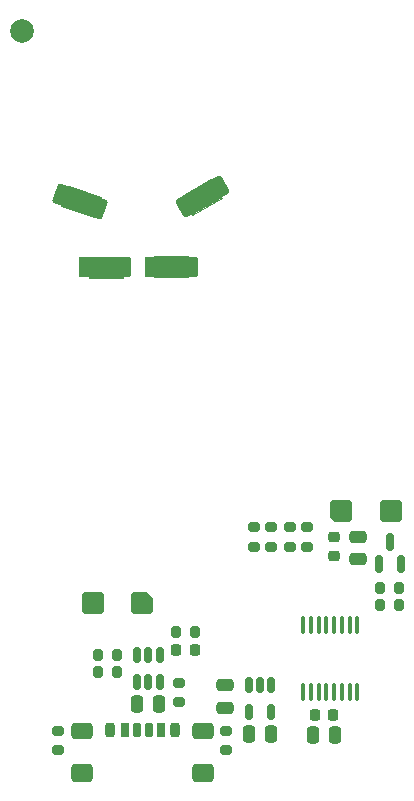
<source format=gbr>
%TF.GenerationSoftware,KiCad,Pcbnew,8.0.4*%
%TF.CreationDate,2024-07-22T12:01:49+03:00*%
%TF.ProjectId,purrChash,70757272-4368-4617-9368-2e6b69636164,rev?*%
%TF.SameCoordinates,Original*%
%TF.FileFunction,Soldermask,Bot*%
%TF.FilePolarity,Negative*%
%FSLAX46Y46*%
G04 Gerber Fmt 4.6, Leading zero omitted, Abs format (unit mm)*
G04 Created by KiCad (PCBNEW 8.0.4) date 2024-07-22 12:01:49*
%MOMM*%
%LPD*%
G01*
G04 APERTURE LIST*
G04 Aperture macros list*
%AMRoundRect*
0 Rectangle with rounded corners*
0 $1 Rounding radius*
0 $2 $3 $4 $5 $6 $7 $8 $9 X,Y pos of 4 corners*
0 Add a 4 corners polygon primitive as box body*
4,1,4,$2,$3,$4,$5,$6,$7,$8,$9,$2,$3,0*
0 Add four circle primitives for the rounded corners*
1,1,$1+$1,$2,$3*
1,1,$1+$1,$4,$5*
1,1,$1+$1,$6,$7*
1,1,$1+$1,$8,$9*
0 Add four rect primitives between the rounded corners*
20,1,$1+$1,$2,$3,$4,$5,0*
20,1,$1+$1,$4,$5,$6,$7,0*
20,1,$1+$1,$6,$7,$8,$9,0*
20,1,$1+$1,$8,$9,$2,$3,0*%
%AMFreePoly0*
4,1,18,-0.925000,0.675000,-0.905970,0.770671,-0.851777,0.851777,-0.770671,0.905970,-0.675000,0.925000,0.675000,0.925000,0.770671,0.905970,0.851777,0.851777,0.905970,0.770671,0.925000,0.675000,0.925000,-0.675000,0.905970,-0.770671,0.851777,-0.851777,0.770671,-0.905970,0.675000,-0.925000,-0.555000,-0.925000,-0.925000,-0.555000,-0.925000,0.675000,-0.925000,0.675000,$1*%
%AMFreePoly1*
4,1,18,-0.925000,0.647500,-0.903877,0.753695,-0.843722,0.843722,-0.753695,0.903877,-0.647500,0.925000,0.647500,0.925000,0.753695,0.903877,0.843722,0.843722,0.903877,0.753695,0.925000,0.647500,0.925000,-0.647500,0.903877,-0.753695,0.843722,-0.843722,0.753695,-0.903877,0.647500,-0.925000,-0.370000,-0.925000,-0.925000,-0.370000,-0.925000,0.647500,-0.925000,0.647500,$1*%
G04 Aperture macros list end*
%ADD10C,0.050000*%
%ADD11C,2.000000*%
%ADD12RoundRect,0.250000X-0.375000X-0.625000X0.375000X-0.625000X0.375000X0.625000X-0.375000X0.625000X0*%
%ADD13RoundRect,0.250000X0.375000X0.625000X-0.375000X0.625000X-0.375000X-0.625000X0.375000X-0.625000X0*%
%ADD14RoundRect,0.250000X-0.012260X-0.728766X0.637260X-0.353766X0.012260X0.728766X-0.637260X0.353766X0*%
%ADD15RoundRect,0.250000X0.566147X0.459050X-0.138622X0.715565X-0.566147X-0.459050X0.138622X-0.715565X0*%
%ADD16RoundRect,0.250000X-0.675000X-0.675000X0.675000X-0.675000X0.675000X0.675000X-0.675000X0.675000X0*%
%ADD17FreePoly0,0.000000*%
%ADD18RoundRect,0.200000X-0.275000X0.200000X-0.275000X-0.200000X0.275000X-0.200000X0.275000X0.200000X0*%
%ADD19RoundRect,0.200000X0.200000X0.275000X-0.200000X0.275000X-0.200000X-0.275000X0.200000X-0.275000X0*%
%ADD20RoundRect,0.200000X0.275000X-0.200000X0.275000X0.200000X-0.275000X0.200000X-0.275000X-0.200000X0*%
%ADD21RoundRect,0.175000X0.175000X0.425000X-0.175000X0.425000X-0.175000X-0.425000X0.175000X-0.425000X0*%
%ADD22RoundRect,0.190000X-0.190000X-0.410000X0.190000X-0.410000X0.190000X0.410000X-0.190000X0.410000X0*%
%ADD23RoundRect,0.200000X-0.200000X-0.400000X0.200000X-0.400000X0.200000X0.400000X-0.200000X0.400000X0*%
%ADD24RoundRect,0.175000X-0.175000X-0.425000X0.175000X-0.425000X0.175000X0.425000X-0.175000X0.425000X0*%
%ADD25RoundRect,0.190000X0.190000X0.410000X-0.190000X0.410000X-0.190000X-0.410000X0.190000X-0.410000X0*%
%ADD26RoundRect,0.200000X0.200000X0.400000X-0.200000X0.400000X-0.200000X-0.400000X0.200000X-0.400000X0*%
%ADD27RoundRect,0.250000X0.650000X0.500000X-0.650000X0.500000X-0.650000X-0.500000X0.650000X-0.500000X0*%
%ADD28RoundRect,0.250000X0.650000X0.425000X-0.650000X0.425000X-0.650000X-0.425000X0.650000X-0.425000X0*%
%ADD29RoundRect,0.250000X0.675000X0.675000X-0.675000X0.675000X-0.675000X-0.675000X0.675000X-0.675000X0*%
%ADD30FreePoly1,180.000000*%
%ADD31RoundRect,0.250000X-0.250000X-0.475000X0.250000X-0.475000X0.250000X0.475000X-0.250000X0.475000X0*%
%ADD32RoundRect,0.250000X-0.475000X0.250000X-0.475000X-0.250000X0.475000X-0.250000X0.475000X0.250000X0*%
%ADD33RoundRect,0.250000X0.250000X0.475000X-0.250000X0.475000X-0.250000X-0.475000X0.250000X-0.475000X0*%
%ADD34RoundRect,0.150000X0.150000X-0.587500X0.150000X0.587500X-0.150000X0.587500X-0.150000X-0.587500X0*%
%ADD35RoundRect,0.225000X0.225000X0.250000X-0.225000X0.250000X-0.225000X-0.250000X0.225000X-0.250000X0*%
%ADD36RoundRect,0.218750X-0.218750X-0.256250X0.218750X-0.256250X0.218750X0.256250X-0.218750X0.256250X0*%
%ADD37RoundRect,0.218750X-0.256250X0.218750X-0.256250X-0.218750X0.256250X-0.218750X0.256250X0.218750X0*%
%ADD38RoundRect,0.150000X-0.150000X0.512500X-0.150000X-0.512500X0.150000X-0.512500X0.150000X0.512500X0*%
%ADD39RoundRect,0.100000X0.100000X-0.637500X0.100000X0.637500X-0.100000X0.637500X-0.100000X-0.637500X0*%
G04 APERTURE END LIST*
%TO.C,D6*%
D10*
X31560000Y-36170000D02*
X28660000Y-36170000D01*
X28660000Y-37970000D01*
X31560000Y-37970000D01*
X31560000Y-36170000D01*
G36*
X31560000Y-36170000D02*
G01*
X28660000Y-36170000D01*
X28660000Y-37970000D01*
X31560000Y-37970000D01*
X31560000Y-36170000D01*
G37*
X31560000Y-36170000D02*
X28660000Y-36170000D01*
X28660000Y-37970000D01*
X31560000Y-37970000D01*
X31560000Y-36170000D01*
G36*
X31560000Y-36170000D02*
G01*
X28660000Y-36170000D01*
X28660000Y-37970000D01*
X31560000Y-37970000D01*
X31560000Y-36170000D01*
G37*
%TO.C,D5*%
X23180000Y-38020000D02*
X26080000Y-38020000D01*
X26080000Y-36220000D01*
X23180000Y-36220000D01*
X23180000Y-38020000D01*
G36*
X23180000Y-38020000D02*
G01*
X26080000Y-38020000D01*
X26080000Y-36220000D01*
X23180000Y-36220000D01*
X23180000Y-38020000D01*
G37*
X23180000Y-38020000D02*
X26080000Y-38020000D01*
X26080000Y-36220000D01*
X23180000Y-36220000D01*
X23180000Y-38020000D01*
G36*
X23180000Y-38020000D02*
G01*
X26080000Y-38020000D01*
X26080000Y-36220000D01*
X23180000Y-36220000D01*
X23180000Y-38020000D01*
G37*
%TO.C,D4*%
X34435641Y-31229423D02*
X31924167Y-32679423D01*
X31024167Y-31120577D01*
X33535641Y-29670577D01*
X34435641Y-31229423D01*
G36*
X34435641Y-31229423D02*
G01*
X31924167Y-32679423D01*
X31024167Y-31120577D01*
X33535641Y-29670577D01*
X34435641Y-31229423D01*
G37*
X34435641Y-31229423D02*
X31924167Y-32679423D01*
X31024167Y-31120577D01*
X33535641Y-29670577D01*
X34435641Y-31229423D01*
G36*
X34435641Y-31229423D02*
G01*
X31924167Y-32679423D01*
X31024167Y-31120577D01*
X33535641Y-29670577D01*
X34435641Y-31229423D01*
G37*
%TO.C,D3*%
X24199419Y-31218903D02*
X23583782Y-32910350D01*
X20858674Y-31918491D01*
X21474310Y-30227044D01*
X24199419Y-31218903D01*
G36*
X24199419Y-31218903D02*
G01*
X23583782Y-32910350D01*
X20858674Y-31918491D01*
X21474310Y-30227044D01*
X24199419Y-31218903D01*
G37*
X24199419Y-31218903D02*
X23583782Y-32910350D01*
X20858674Y-31918491D01*
X21474310Y-30227044D01*
X24199419Y-31218903D01*
G36*
X24199419Y-31218903D02*
G01*
X23583782Y-32910350D01*
X20858674Y-31918491D01*
X21474310Y-30227044D01*
X24199419Y-31218903D01*
G37*
%TD*%
D11*
%TO.C,REF\u002A\u002A*%
X17490000Y-17120000D03*
%TD*%
D12*
%TO.C,D6*%
X28560000Y-37070000D03*
X31810000Y-37070000D03*
%TD*%
D13*
%TO.C,D5*%
X26180000Y-37120000D03*
X22930000Y-37120000D03*
%TD*%
D14*
%TO.C,D4*%
X31387564Y-31950000D03*
X34202147Y-30325000D03*
%TD*%
D15*
%TO.C,D3*%
X20931569Y-30987263D03*
X23985570Y-32098828D03*
%TD*%
D16*
%TO.C,M1*%
X48750000Y-57760000D03*
D17*
X44550000Y-57760000D03*
%TD*%
D18*
%TO.C,R9*%
X37160000Y-59155000D03*
X37160000Y-60805000D03*
%TD*%
D19*
%TO.C,R8*%
X49455000Y-65710000D03*
X47805000Y-65710000D03*
%TD*%
%TO.C,R7*%
X47825000Y-64280000D03*
X49475000Y-64280000D03*
%TD*%
D20*
%TO.C,R2*%
X34820000Y-76365000D03*
X34820000Y-78015000D03*
%TD*%
D21*
%TO.C,J1*%
X28250000Y-76320000D03*
D22*
X26230000Y-76320000D03*
D23*
X25000000Y-76320000D03*
D24*
X27250000Y-76320000D03*
D25*
X29270000Y-76320000D03*
D26*
X30500000Y-76320000D03*
D27*
X32875000Y-79955000D03*
D28*
X32875000Y-76375000D03*
D27*
X22625000Y-79955000D03*
D28*
X22625000Y-76375000D03*
%TD*%
D29*
%TO.C,BT1*%
X23490000Y-65570000D03*
D30*
X27690000Y-65570000D03*
%TD*%
D19*
%TO.C,R5*%
X25585000Y-71420000D03*
X23935000Y-71420000D03*
%TD*%
D31*
%TO.C,C1*%
X27220000Y-74090000D03*
X29120000Y-74090000D03*
%TD*%
D32*
%TO.C,C2*%
X34730000Y-72530000D03*
X34730000Y-74430000D03*
%TD*%
%TO.C,C5*%
X45980000Y-61830000D03*
X45980000Y-59930000D03*
%TD*%
D19*
%TO.C,R6*%
X32165000Y-67980000D03*
X30515000Y-67980000D03*
%TD*%
D20*
%TO.C,R1*%
X20590000Y-76365000D03*
X20590000Y-78015000D03*
%TD*%
D33*
%TO.C,C4*%
X42130000Y-76750000D03*
X44030000Y-76750000D03*
%TD*%
D18*
%TO.C,R3*%
X30780000Y-72315000D03*
X30780000Y-73965000D03*
%TD*%
D34*
%TO.C,Q1*%
X48662500Y-60392500D03*
X47712500Y-62267500D03*
X49612500Y-62267500D03*
%TD*%
D19*
%TO.C,R4*%
X25575000Y-69960000D03*
X23925000Y-69960000D03*
%TD*%
D31*
%TO.C,C3*%
X36730000Y-76680000D03*
X38630000Y-76680000D03*
%TD*%
D35*
%TO.C,C6*%
X42315000Y-75010000D03*
X43865000Y-75010000D03*
%TD*%
D36*
%TO.C,D1*%
X30582500Y-69510000D03*
X32157500Y-69510000D03*
%TD*%
D37*
%TO.C,D2*%
X43920000Y-61557500D03*
X43920000Y-59982500D03*
%TD*%
D18*
%TO.C,R10*%
X38640000Y-60785000D03*
X38640000Y-59135000D03*
%TD*%
%TO.C,R11*%
X40200000Y-60775000D03*
X40200000Y-59125000D03*
%TD*%
%TO.C,R12*%
X41640000Y-60775000D03*
X41640000Y-59125000D03*
%TD*%
D38*
%TO.C,U1*%
X27260000Y-69942500D03*
X28210000Y-69942500D03*
X29160000Y-69942500D03*
X29160000Y-72217500D03*
X28210000Y-72217500D03*
X27260000Y-72217500D03*
%TD*%
%TO.C,U2*%
X36730000Y-74767500D03*
X38630000Y-74767500D03*
X38630000Y-72492500D03*
X37680000Y-72492500D03*
X36730000Y-72492500D03*
%TD*%
D39*
%TO.C,U3*%
X45895000Y-73105000D03*
X45245000Y-73105000D03*
X44595000Y-73105000D03*
X43945000Y-73105000D03*
X43295000Y-73105000D03*
X42645000Y-73105000D03*
X41995000Y-73105000D03*
X41345000Y-73105000D03*
X41345000Y-67380000D03*
X41995000Y-67380000D03*
X42645000Y-67380000D03*
X43295000Y-67380000D03*
X43945000Y-67380000D03*
X44595000Y-67380000D03*
X45245000Y-67380000D03*
X45895000Y-67380000D03*
%TD*%
M02*

</source>
